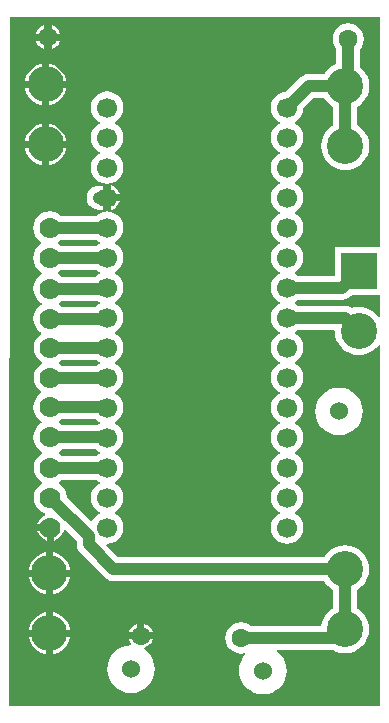
<source format=gbl>
G04 Layer_Physical_Order=2*
G04 Layer_Color=16711680*
%FSLAX25Y25*%
%MOIN*%
G70*
G01*
G75*
%ADD12C,0.03937*%
%ADD14R,0.12000X0.12000*%
%ADD15C,0.12000*%
%ADD16C,0.07000*%
%ADD17C,0.06693*%
%ADD18C,0.06000*%
%ADD19C,0.06299*%
%ADD20C,0.05000*%
G36*
X63000Y70400D02*
X47900D01*
Y60903D01*
X35566D01*
X34696Y61570D01*
X34503Y61650D01*
Y62150D01*
X34696Y62230D01*
X35813Y63087D01*
X36670Y64204D01*
X37209Y65504D01*
X37393Y66900D01*
X37209Y68296D01*
X36670Y69596D01*
X35813Y70713D01*
X34696Y71570D01*
X34503Y71650D01*
Y72150D01*
X34696Y72230D01*
X35813Y73087D01*
X36670Y74204D01*
X37209Y75504D01*
X37393Y76900D01*
X37209Y78296D01*
X36670Y79596D01*
X35813Y80713D01*
X34696Y81570D01*
X34503Y81650D01*
Y82150D01*
X34696Y82230D01*
X35813Y83087D01*
X36670Y84204D01*
X37209Y85504D01*
X37393Y86900D01*
X37209Y88296D01*
X36670Y89596D01*
X35813Y90713D01*
X34696Y91570D01*
X34503Y91650D01*
Y92150D01*
X34696Y92230D01*
X35813Y93087D01*
X36670Y94204D01*
X37209Y95504D01*
X37393Y96900D01*
X37209Y98296D01*
X36670Y99596D01*
X35813Y100713D01*
X34696Y101570D01*
X34503Y101650D01*
Y102150D01*
X34696Y102230D01*
X35813Y103087D01*
X36670Y104204D01*
X37209Y105504D01*
X37393Y106900D01*
X37209Y108296D01*
X36670Y109596D01*
X35813Y110713D01*
X34696Y111570D01*
X34503Y111650D01*
Y112150D01*
X34696Y112230D01*
X35813Y113087D01*
X36670Y114204D01*
X37209Y115504D01*
X37352Y116591D01*
X40858Y120097D01*
X44468D01*
X44716Y119634D01*
X45716Y118416D01*
X46934Y117416D01*
X47397Y117168D01*
Y111032D01*
X46934Y110784D01*
X45716Y109784D01*
X44716Y108566D01*
X43973Y107176D01*
X43516Y105668D01*
X43361Y104100D01*
X43516Y102532D01*
X43973Y101024D01*
X44716Y99634D01*
X45716Y98416D01*
X46934Y97416D01*
X48324Y96673D01*
X49832Y96216D01*
X51400Y96061D01*
X52968Y96216D01*
X54476Y96673D01*
X55866Y97416D01*
X57084Y98416D01*
X58084Y99634D01*
X58827Y101024D01*
X59284Y102532D01*
X59439Y104100D01*
X59284Y105668D01*
X58827Y107176D01*
X58084Y108566D01*
X57084Y109784D01*
X55866Y110784D01*
X55403Y111032D01*
Y117168D01*
X55866Y117416D01*
X57084Y118416D01*
X58084Y119634D01*
X58827Y121024D01*
X59284Y122532D01*
X59439Y124100D01*
X59284Y125668D01*
X58827Y127176D01*
X58084Y128566D01*
X57084Y129784D01*
X56403Y130343D01*
Y136557D01*
X56898Y137203D01*
X57417Y138456D01*
X57594Y139800D01*
X57417Y141144D01*
X56898Y142397D01*
X56073Y143473D01*
X54997Y144298D01*
X53744Y144817D01*
X52400Y144994D01*
X51056Y144817D01*
X49803Y144298D01*
X48727Y143473D01*
X47902Y142397D01*
X47383Y141144D01*
X47206Y139800D01*
X47383Y138456D01*
X47902Y137203D01*
X48397Y136557D01*
Y131549D01*
X48324Y131527D01*
X46934Y130784D01*
X45716Y129784D01*
X44716Y128566D01*
X44468Y128103D01*
X39200D01*
X38164Y127966D01*
X37199Y127567D01*
X36370Y126930D01*
X31691Y122252D01*
X30604Y122109D01*
X29304Y121570D01*
X28187Y120713D01*
X27330Y119596D01*
X26791Y118296D01*
X26607Y116900D01*
X26791Y115504D01*
X27330Y114204D01*
X28187Y113087D01*
X29304Y112230D01*
X29497Y112150D01*
Y111650D01*
X29304Y111570D01*
X28187Y110713D01*
X27330Y109596D01*
X26791Y108296D01*
X26607Y106900D01*
X26791Y105504D01*
X27330Y104204D01*
X28187Y103087D01*
X29304Y102230D01*
X29497Y102150D01*
Y101650D01*
X29304Y101570D01*
X28187Y100713D01*
X27330Y99596D01*
X26791Y98296D01*
X26607Y96900D01*
X26791Y95504D01*
X27330Y94204D01*
X28187Y93087D01*
X29304Y92230D01*
X29497Y92150D01*
Y91650D01*
X29304Y91570D01*
X28187Y90713D01*
X27330Y89596D01*
X26791Y88296D01*
X26607Y86900D01*
X26791Y85504D01*
X27330Y84204D01*
X28187Y83087D01*
X29304Y82230D01*
X29497Y82150D01*
Y81650D01*
X29304Y81570D01*
X28187Y80713D01*
X27330Y79596D01*
X26791Y78296D01*
X26607Y76900D01*
X26791Y75504D01*
X27330Y74204D01*
X28187Y73087D01*
X29304Y72230D01*
X29497Y72150D01*
Y71650D01*
X29304Y71570D01*
X28187Y70713D01*
X27330Y69596D01*
X26791Y68296D01*
X26607Y66900D01*
X26791Y65504D01*
X27330Y64204D01*
X28187Y63087D01*
X29304Y62230D01*
X29497Y62150D01*
Y61650D01*
X29304Y61570D01*
X28187Y60713D01*
X27330Y59596D01*
X26791Y58296D01*
X26607Y56900D01*
X26791Y55504D01*
X27330Y54204D01*
X28187Y53087D01*
X29304Y52230D01*
X29497Y52150D01*
Y51650D01*
X29304Y51570D01*
X28187Y50713D01*
X27330Y49596D01*
X26791Y48296D01*
X26607Y46900D01*
X26791Y45504D01*
X27330Y44204D01*
X28187Y43087D01*
X29304Y42230D01*
X29497Y42150D01*
Y41650D01*
X29304Y41570D01*
X28187Y40713D01*
X27330Y39596D01*
X26791Y38296D01*
X26607Y36900D01*
X26791Y35504D01*
X27330Y34204D01*
X28187Y33087D01*
X29304Y32230D01*
X29497Y32150D01*
Y31650D01*
X29304Y31570D01*
X28187Y30713D01*
X27330Y29596D01*
X26791Y28296D01*
X26607Y26900D01*
X26791Y25504D01*
X27330Y24204D01*
X28187Y23087D01*
X29304Y22230D01*
X29497Y22150D01*
Y21650D01*
X29304Y21570D01*
X28187Y20713D01*
X27330Y19596D01*
X26791Y18296D01*
X26607Y16900D01*
X26791Y15504D01*
X27330Y14204D01*
X28187Y13087D01*
X29304Y12230D01*
X29497Y12150D01*
Y11650D01*
X29304Y11570D01*
X28187Y10713D01*
X27330Y9596D01*
X26791Y8296D01*
X26607Y6900D01*
X26791Y5504D01*
X27330Y4204D01*
X28187Y3087D01*
X29304Y2230D01*
X29497Y2150D01*
Y1650D01*
X29304Y1570D01*
X28187Y713D01*
X27330Y-404D01*
X26791Y-1704D01*
X26607Y-3100D01*
X26791Y-4496D01*
X27330Y-5796D01*
X28187Y-6913D01*
X29304Y-7770D01*
X29497Y-7850D01*
Y-8350D01*
X29304Y-8430D01*
X28187Y-9287D01*
X27330Y-10404D01*
X26791Y-11704D01*
X26607Y-13100D01*
X26791Y-14496D01*
X27330Y-15796D01*
X28187Y-16913D01*
X29304Y-17770D01*
X29497Y-17850D01*
Y-18350D01*
X29304Y-18430D01*
X28187Y-19287D01*
X27330Y-20404D01*
X26791Y-21704D01*
X26607Y-23100D01*
X26791Y-24496D01*
X27330Y-25796D01*
X28187Y-26913D01*
X29304Y-27770D01*
X30604Y-28309D01*
X32000Y-28493D01*
X33396Y-28309D01*
X34696Y-27770D01*
X35813Y-26913D01*
X36670Y-25796D01*
X37209Y-24496D01*
X37393Y-23100D01*
X37209Y-21704D01*
X36670Y-20404D01*
X35813Y-19287D01*
X34696Y-18430D01*
X34503Y-18350D01*
Y-17850D01*
X34696Y-17770D01*
X35813Y-16913D01*
X36670Y-15796D01*
X37209Y-14496D01*
X37393Y-13100D01*
X37209Y-11704D01*
X36670Y-10404D01*
X35813Y-9287D01*
X34696Y-8430D01*
X34503Y-8350D01*
Y-7850D01*
X34696Y-7770D01*
X35813Y-6913D01*
X36670Y-5796D01*
X37209Y-4496D01*
X37393Y-3100D01*
X37209Y-1704D01*
X36670Y-404D01*
X35813Y713D01*
X34696Y1570D01*
X34503Y1650D01*
Y2150D01*
X34696Y2230D01*
X35813Y3087D01*
X36670Y4204D01*
X37209Y5504D01*
X37393Y6900D01*
X37209Y8296D01*
X36670Y9596D01*
X35813Y10713D01*
X34696Y11570D01*
X34503Y11650D01*
Y12150D01*
X34696Y12230D01*
X35813Y13087D01*
X36670Y14204D01*
X37209Y15504D01*
X37393Y16900D01*
X37209Y18296D01*
X36670Y19596D01*
X35813Y20713D01*
X34696Y21570D01*
X34503Y21650D01*
Y22150D01*
X34696Y22230D01*
X35813Y23087D01*
X36670Y24204D01*
X37209Y25504D01*
X37393Y26900D01*
X37209Y28296D01*
X36670Y29596D01*
X35813Y30713D01*
X34696Y31570D01*
X34503Y31650D01*
Y32150D01*
X34696Y32230D01*
X35813Y33087D01*
X36670Y34204D01*
X37209Y35504D01*
X37393Y36900D01*
X37209Y38296D01*
X36670Y39596D01*
X35813Y40713D01*
X34696Y41570D01*
X34503Y41650D01*
Y42150D01*
X34696Y42230D01*
X35566Y42897D01*
X47538D01*
X47874Y42527D01*
X47861Y42400D01*
X48016Y40832D01*
X48473Y39324D01*
X49216Y37934D01*
X50216Y36716D01*
X51434Y35716D01*
X52824Y34973D01*
X54332Y34516D01*
X55900Y34361D01*
X57468Y34516D01*
X58976Y34973D01*
X60366Y35716D01*
X61584Y36716D01*
X62500Y37832D01*
X63000Y37714D01*
Y-82334D01*
X62600Y-82500D01*
X-60246D01*
X-60599Y-82146D01*
X-60200Y147100D01*
X-60100Y147200D01*
X63000D01*
Y70400D01*
D02*
G37*
G36*
Y47086D02*
X62500Y46968D01*
X61584Y48084D01*
X60366Y49084D01*
X58976Y49827D01*
X57468Y50284D01*
X55900Y50439D01*
X54332Y50284D01*
X53742Y50105D01*
X53401Y50366D01*
X52436Y50766D01*
X51400Y50903D01*
X35566D01*
X34696Y51570D01*
X34503Y51650D01*
Y52150D01*
X34696Y52230D01*
X35566Y52897D01*
X50400D01*
X51436Y53034D01*
X52401Y53434D01*
X53230Y54070D01*
X53561Y54400D01*
X63000D01*
Y47086D01*
D02*
G37*
%LPC*%
G36*
X-18000Y-55106D02*
X-18893Y-55475D01*
X-19760Y-56141D01*
X-20425Y-57007D01*
X-20794Y-57900D01*
X-18000D01*
Y-55106D01*
D02*
G37*
G36*
X-15600D02*
Y-57900D01*
X-12806D01*
X-13175Y-57007D01*
X-13840Y-56141D01*
X-14707Y-55475D01*
X-15600Y-55106D01*
D02*
G37*
G36*
X49300Y23544D02*
X47750Y23391D01*
X46260Y22939D01*
X44887Y22205D01*
X43683Y21217D01*
X42695Y20013D01*
X41961Y18640D01*
X41509Y17150D01*
X41356Y15600D01*
X41509Y14050D01*
X41961Y12560D01*
X42695Y11187D01*
X43683Y9983D01*
X44887Y8995D01*
X46260Y8261D01*
X47750Y7809D01*
X49300Y7656D01*
X50850Y7809D01*
X52340Y8261D01*
X53713Y8995D01*
X54917Y9983D01*
X55905Y11187D01*
X56639Y12560D01*
X57091Y14050D01*
X57244Y15600D01*
X57091Y17150D01*
X56639Y18640D01*
X55905Y20013D01*
X54917Y21217D01*
X53713Y22205D01*
X52340Y22939D01*
X50850Y23391D01*
X49300Y23544D01*
D02*
G37*
G36*
X-40284Y-59500D02*
X-46000D01*
Y-65216D01*
X-45828Y-65199D01*
X-44508Y-64798D01*
X-43292Y-64148D01*
X-42226Y-63274D01*
X-41352Y-62208D01*
X-40701Y-60992D01*
X-40301Y-59672D01*
X-40284Y-59500D01*
D02*
G37*
G36*
X-48400D02*
X-54116D01*
X-54099Y-59672D01*
X-53698Y-60992D01*
X-53048Y-62208D01*
X-52174Y-63274D01*
X-51108Y-64148D01*
X-49892Y-64798D01*
X-48572Y-65199D01*
X-48400Y-65216D01*
Y-59500D01*
D02*
G37*
G36*
X-12806Y-60300D02*
X-20794D01*
X-20425Y-61193D01*
X-19911Y-61863D01*
X-19940Y-62026D01*
X-20145Y-62371D01*
X-21550Y-62509D01*
X-23040Y-62961D01*
X-24413Y-63695D01*
X-25617Y-64683D01*
X-26605Y-65887D01*
X-27339Y-67260D01*
X-27791Y-68750D01*
X-27944Y-70300D01*
X-27791Y-71850D01*
X-27339Y-73340D01*
X-26605Y-74713D01*
X-25617Y-75917D01*
X-24413Y-76905D01*
X-23040Y-77639D01*
X-21550Y-78091D01*
X-20000Y-78244D01*
X-18450Y-78091D01*
X-16960Y-77639D01*
X-15587Y-76905D01*
X-14383Y-75917D01*
X-13395Y-74713D01*
X-12661Y-73340D01*
X-12209Y-71850D01*
X-12056Y-70300D01*
X-12209Y-68750D01*
X-12661Y-67260D01*
X-13395Y-65887D01*
X-14383Y-64683D01*
X-15587Y-63695D01*
X-15755Y-63605D01*
X-15628Y-63106D01*
X-14707Y-62725D01*
X-13840Y-62059D01*
X-13175Y-61193D01*
X-12806Y-60300D01*
D02*
G37*
G36*
X-40284Y-39500D02*
X-46000D01*
Y-45216D01*
X-45828Y-45199D01*
X-44508Y-44798D01*
X-43292Y-44148D01*
X-42226Y-43274D01*
X-41352Y-42208D01*
X-40701Y-40992D01*
X-40301Y-39672D01*
X-40284Y-39500D01*
D02*
G37*
G36*
X-48400Y-31384D02*
X-48572Y-31401D01*
X-49892Y-31802D01*
X-51108Y-32452D01*
X-52174Y-33326D01*
X-53048Y-34392D01*
X-53698Y-35608D01*
X-54099Y-36928D01*
X-54116Y-37100D01*
X-48400D01*
Y-31384D01*
D02*
G37*
G36*
X-47100Y82348D02*
X-48536Y82158D01*
X-49874Y81604D01*
X-51023Y80723D01*
X-51904Y79574D01*
X-52458Y78236D01*
X-52648Y76800D01*
X-52458Y75364D01*
X-51904Y74026D01*
X-51023Y72877D01*
X-50000Y72093D01*
X-49957Y71927D01*
Y71673D01*
X-50000Y71507D01*
X-51023Y70723D01*
X-51904Y69574D01*
X-52458Y68236D01*
X-52648Y66800D01*
X-52458Y65364D01*
X-51904Y64026D01*
X-51023Y62877D01*
X-49874Y61996D01*
X-49593Y61879D01*
Y61379D01*
X-49774Y61304D01*
X-50923Y60423D01*
X-51804Y59274D01*
X-52358Y57936D01*
X-52548Y56500D01*
X-52358Y55064D01*
X-51804Y53726D01*
X-50923Y52577D01*
X-49900Y51793D01*
X-49858Y51627D01*
Y51373D01*
X-49900Y51207D01*
X-50923Y50423D01*
X-51804Y49274D01*
X-52358Y47936D01*
X-52548Y46500D01*
X-52358Y45064D01*
X-51804Y43726D01*
X-50923Y42577D01*
X-50140Y41977D01*
Y41346D01*
X-50823Y40823D01*
X-51704Y39674D01*
X-52258Y38336D01*
X-52447Y36900D01*
X-52258Y35464D01*
X-51704Y34126D01*
X-50823Y32977D01*
X-49800Y32193D01*
X-49758Y32027D01*
Y31773D01*
X-49800Y31607D01*
X-50823Y30823D01*
X-51704Y29674D01*
X-52258Y28336D01*
X-52447Y26900D01*
X-52258Y25464D01*
X-51704Y24126D01*
X-50823Y22977D01*
X-49920Y22285D01*
X-49887Y22175D01*
X-49928Y21686D01*
X-50923Y20923D01*
X-51804Y19774D01*
X-52358Y18436D01*
X-52548Y17000D01*
X-52358Y15564D01*
X-51804Y14226D01*
X-50923Y13077D01*
X-49900Y12293D01*
X-49858Y12127D01*
Y11873D01*
X-49900Y11707D01*
X-50923Y10923D01*
X-51804Y9774D01*
X-52358Y8436D01*
X-52548Y7000D01*
X-52358Y5564D01*
X-51804Y4226D01*
X-50923Y3077D01*
X-49774Y2196D01*
X-49715Y2171D01*
X-49751Y1645D01*
X-50823Y823D01*
X-51704Y-326D01*
X-52258Y-1664D01*
X-52447Y-3100D01*
X-52258Y-4536D01*
X-51704Y-5874D01*
X-50823Y-7023D01*
X-49800Y-7807D01*
X-49758Y-7973D01*
Y-8227D01*
X-49800Y-8393D01*
X-50823Y-9177D01*
X-51704Y-10326D01*
X-52258Y-11664D01*
X-52447Y-13100D01*
X-52258Y-14536D01*
X-51704Y-15874D01*
X-50823Y-17023D01*
X-49674Y-17904D01*
X-48548Y-18371D01*
Y-18912D01*
X-49169Y-19169D01*
X-50109Y-19891D01*
X-50831Y-20831D01*
X-51274Y-21900D01*
X-46900D01*
Y-23100D01*
X-45700D01*
Y-27474D01*
X-44631Y-27031D01*
X-43691Y-26309D01*
X-42969Y-25369D01*
X-42516Y-24275D01*
X-42458Y-23837D01*
X-41985Y-23676D01*
X-38118Y-27543D01*
Y-28685D01*
X-37981Y-29721D01*
X-37582Y-30686D01*
X-36945Y-31515D01*
X-28730Y-39730D01*
X-27901Y-40367D01*
X-26936Y-40766D01*
X-25900Y-40903D01*
X44315D01*
X44616Y-41466D01*
X45616Y-42684D01*
X46834Y-43684D01*
X47297Y-43932D01*
Y-50068D01*
X46834Y-50316D01*
X45616Y-51316D01*
X44616Y-52534D01*
X43873Y-53924D01*
X43416Y-55432D01*
X43370Y-55897D01*
X19843D01*
X19197Y-55402D01*
X17944Y-54883D01*
X16600Y-54706D01*
X15256Y-54883D01*
X14003Y-55402D01*
X12927Y-56227D01*
X12102Y-57303D01*
X11583Y-58556D01*
X11406Y-59900D01*
X11583Y-61244D01*
X12102Y-62497D01*
X12927Y-63573D01*
X14003Y-64398D01*
X15256Y-64917D01*
X16600Y-65094D01*
X17843Y-64930D01*
X18039Y-65163D01*
X18122Y-65379D01*
X17295Y-66387D01*
X16561Y-67760D01*
X16109Y-69250D01*
X15956Y-70800D01*
X16109Y-72350D01*
X16561Y-73840D01*
X17295Y-75213D01*
X18283Y-76417D01*
X19487Y-77405D01*
X20860Y-78139D01*
X22350Y-78591D01*
X23900Y-78744D01*
X25450Y-78591D01*
X26940Y-78139D01*
X28313Y-77405D01*
X29517Y-76417D01*
X30505Y-75213D01*
X31239Y-73840D01*
X31691Y-72350D01*
X31844Y-70800D01*
X31691Y-69250D01*
X31239Y-67760D01*
X30505Y-66387D01*
X29517Y-65183D01*
X28567Y-64403D01*
X28745Y-63903D01*
X47243D01*
X48224Y-64427D01*
X49732Y-64884D01*
X51300Y-65039D01*
X52868Y-64884D01*
X54376Y-64427D01*
X55766Y-63684D01*
X56984Y-62684D01*
X57984Y-61466D01*
X58727Y-60076D01*
X59184Y-58568D01*
X59339Y-57000D01*
X59184Y-55432D01*
X58727Y-53924D01*
X57984Y-52534D01*
X56984Y-51316D01*
X55766Y-50316D01*
X55303Y-50068D01*
Y-43932D01*
X55766Y-43684D01*
X56984Y-42684D01*
X57984Y-41466D01*
X58727Y-40076D01*
X59184Y-38568D01*
X59339Y-37000D01*
X59184Y-35432D01*
X58727Y-33924D01*
X57984Y-32534D01*
X56984Y-31316D01*
X55766Y-30316D01*
X54376Y-29573D01*
X52868Y-29116D01*
X51300Y-28961D01*
X49732Y-29116D01*
X48224Y-29573D01*
X46834Y-30316D01*
X45616Y-31316D01*
X44616Y-32534D01*
X44422Y-32897D01*
X-24242D01*
X-28214Y-28926D01*
X-28136Y-28769D01*
X-27947Y-28486D01*
X-26604Y-28309D01*
X-25304Y-27770D01*
X-24187Y-26913D01*
X-23330Y-25796D01*
X-22791Y-24496D01*
X-22607Y-23100D01*
X-22791Y-21704D01*
X-23330Y-20404D01*
X-24187Y-19287D01*
X-25304Y-18430D01*
X-25497Y-18350D01*
Y-17850D01*
X-25304Y-17770D01*
X-24187Y-16913D01*
X-23330Y-15796D01*
X-22791Y-14496D01*
X-22607Y-13100D01*
X-22791Y-11704D01*
X-23330Y-10404D01*
X-24187Y-9287D01*
X-25304Y-8430D01*
X-25497Y-8350D01*
Y-7850D01*
X-25304Y-7770D01*
X-24187Y-6913D01*
X-23330Y-5796D01*
X-22791Y-4496D01*
X-22607Y-3100D01*
X-22791Y-1704D01*
X-23330Y-404D01*
X-24187Y713D01*
X-25304Y1570D01*
X-25497Y1650D01*
Y2150D01*
X-25304Y2230D01*
X-24187Y3087D01*
X-23330Y4204D01*
X-22791Y5504D01*
X-22607Y6900D01*
X-22791Y8296D01*
X-23330Y9596D01*
X-24187Y10713D01*
X-25304Y11570D01*
X-25497Y11650D01*
Y12150D01*
X-25304Y12230D01*
X-24187Y13087D01*
X-23330Y14204D01*
X-22791Y15504D01*
X-22607Y16900D01*
X-22791Y18296D01*
X-23330Y19596D01*
X-24187Y20713D01*
X-25304Y21570D01*
X-25497Y21650D01*
Y22150D01*
X-25304Y22230D01*
X-24187Y23087D01*
X-23330Y24204D01*
X-22791Y25504D01*
X-22607Y26900D01*
X-22791Y28296D01*
X-23330Y29596D01*
X-24187Y30713D01*
X-25304Y31570D01*
X-25497Y31650D01*
Y32150D01*
X-25304Y32230D01*
X-24187Y33087D01*
X-23330Y34204D01*
X-22791Y35504D01*
X-22607Y36900D01*
X-22791Y38296D01*
X-23330Y39596D01*
X-24187Y40713D01*
X-25304Y41570D01*
X-25497Y41650D01*
Y42150D01*
X-25304Y42230D01*
X-24187Y43087D01*
X-23330Y44204D01*
X-22791Y45504D01*
X-22607Y46900D01*
X-22791Y48296D01*
X-23330Y49596D01*
X-24187Y50713D01*
X-25304Y51570D01*
X-25497Y51650D01*
Y52150D01*
X-25304Y52230D01*
X-24187Y53087D01*
X-23330Y54204D01*
X-22791Y55504D01*
X-22607Y56900D01*
X-22791Y58296D01*
X-23330Y59596D01*
X-24187Y60713D01*
X-25304Y61570D01*
X-25497Y61650D01*
Y62150D01*
X-25304Y62230D01*
X-24187Y63087D01*
X-23330Y64204D01*
X-22791Y65504D01*
X-22607Y66900D01*
X-22791Y68296D01*
X-23330Y69596D01*
X-24187Y70713D01*
X-25304Y71570D01*
X-25497Y71650D01*
Y72150D01*
X-25304Y72230D01*
X-24187Y73087D01*
X-23330Y74204D01*
X-22791Y75504D01*
X-22607Y76900D01*
X-22791Y78296D01*
X-23330Y79596D01*
X-24187Y80713D01*
X-25304Y81570D01*
X-26604Y82109D01*
X-26933Y82152D01*
Y82152D01*
X-28000Y82293D01*
X-29067Y82152D01*
Y82152D01*
X-29396Y82109D01*
X-30696Y81570D01*
X-31696Y80803D01*
X-43282D01*
X-44326Y81604D01*
X-45664Y82158D01*
X-47100Y82348D01*
D02*
G37*
G36*
X-48400Y-39500D02*
X-54116D01*
X-54099Y-39672D01*
X-53698Y-40992D01*
X-53048Y-42208D01*
X-52174Y-43274D01*
X-51108Y-44148D01*
X-49892Y-44798D01*
X-48572Y-45199D01*
X-48400Y-45216D01*
Y-39500D01*
D02*
G37*
G36*
X-46000Y-51384D02*
Y-57100D01*
X-40284D01*
X-40301Y-56928D01*
X-40701Y-55608D01*
X-41352Y-54392D01*
X-42226Y-53326D01*
X-43292Y-52451D01*
X-44508Y-51802D01*
X-45828Y-51401D01*
X-46000Y-51384D01*
D02*
G37*
G36*
X-48400D02*
X-48572Y-51401D01*
X-49892Y-51802D01*
X-51108Y-52451D01*
X-52174Y-53326D01*
X-53048Y-54392D01*
X-53698Y-55608D01*
X-54099Y-56928D01*
X-54116Y-57100D01*
X-48400D01*
Y-51384D01*
D02*
G37*
G36*
X-46000Y-31384D02*
Y-37100D01*
X-40284D01*
X-40301Y-36928D01*
X-40701Y-35608D01*
X-41352Y-34392D01*
X-42226Y-33326D01*
X-43292Y-32452D01*
X-44508Y-31802D01*
X-45828Y-31401D01*
X-46000Y-31384D01*
D02*
G37*
G36*
X-48100Y-24300D02*
X-51274D01*
X-50831Y-25369D01*
X-50109Y-26309D01*
X-49169Y-27031D01*
X-48100Y-27474D01*
Y-24300D01*
D02*
G37*
G36*
X-29200Y91107D02*
X-29694Y90903D01*
X-30800D01*
X-31836Y90766D01*
X-32801Y90367D01*
X-33630Y89730D01*
X-34266Y88901D01*
X-34666Y87936D01*
X-34803Y86900D01*
X-34666Y85864D01*
X-34266Y84899D01*
X-33630Y84070D01*
X-32801Y83434D01*
X-31836Y83034D01*
X-30800Y82897D01*
X-29694D01*
X-29200Y82692D01*
Y86900D01*
Y91107D01*
D02*
G37*
G36*
X-47300Y131516D02*
Y125800D01*
X-41584D01*
X-41601Y125972D01*
X-42002Y127292D01*
X-42652Y128508D01*
X-43526Y129574D01*
X-44592Y130448D01*
X-45808Y131098D01*
X-47128Y131499D01*
X-47300Y131516D01*
D02*
G37*
G36*
X-49700D02*
X-49872Y131499D01*
X-51192Y131098D01*
X-52408Y130448D01*
X-53474Y129574D01*
X-54348Y128508D01*
X-54998Y127292D01*
X-55399Y125972D01*
X-55416Y125800D01*
X-49700D01*
Y131516D01*
D02*
G37*
G36*
X-41584Y123400D02*
X-47300D01*
Y117684D01*
X-47128Y117701D01*
X-45808Y118102D01*
X-44592Y118752D01*
X-43526Y119626D01*
X-42652Y120692D01*
X-42002Y121908D01*
X-41601Y123228D01*
X-41584Y123400D01*
D02*
G37*
G36*
X-48900Y139100D02*
X-51694D01*
X-51325Y138207D01*
X-50660Y137340D01*
X-49793Y136675D01*
X-48900Y136306D01*
Y139100D01*
D02*
G37*
G36*
X-46500Y144294D02*
Y141500D01*
X-43706D01*
X-44075Y142393D01*
X-44741Y143260D01*
X-45607Y143925D01*
X-46500Y144294D01*
D02*
G37*
G36*
X-48900D02*
X-49793Y143925D01*
X-50660Y143260D01*
X-51325Y142393D01*
X-51694Y141500D01*
X-48900D01*
Y144294D01*
D02*
G37*
G36*
X-43706Y139100D02*
X-46500D01*
Y136306D01*
X-45607Y136675D01*
X-44741Y137340D01*
X-44075Y138207D01*
X-43706Y139100D01*
D02*
G37*
G36*
X-49700Y123400D02*
X-55416D01*
X-55399Y123228D01*
X-54998Y121908D01*
X-54348Y120692D01*
X-53474Y119626D01*
X-52408Y118752D01*
X-51192Y118102D01*
X-49872Y117701D01*
X-49700Y117684D01*
Y123400D01*
D02*
G37*
G36*
X-28000Y122293D02*
X-29396Y122109D01*
X-30696Y121570D01*
X-31813Y120713D01*
X-32670Y119596D01*
X-33209Y118296D01*
X-33393Y116900D01*
X-33209Y115504D01*
X-32670Y114204D01*
X-31813Y113087D01*
X-30696Y112230D01*
X-30503Y112150D01*
Y111650D01*
X-30696Y111570D01*
X-31813Y110713D01*
X-32670Y109596D01*
X-33209Y108296D01*
X-33393Y106900D01*
X-33209Y105504D01*
X-32670Y104204D01*
X-31813Y103087D01*
X-30696Y102230D01*
X-30503Y102150D01*
Y101650D01*
X-30696Y101570D01*
X-31813Y100713D01*
X-32670Y99596D01*
X-33209Y98296D01*
X-33393Y96900D01*
X-33209Y95504D01*
X-32670Y94204D01*
X-31813Y93087D01*
X-30696Y92230D01*
X-29396Y91691D01*
X-29067Y91648D01*
Y91648D01*
X-28000Y91507D01*
X-26933Y91648D01*
Y91648D01*
X-26604Y91691D01*
X-25304Y92230D01*
X-24187Y93087D01*
X-23330Y94204D01*
X-22791Y95504D01*
X-22607Y96900D01*
X-22791Y98296D01*
X-23330Y99596D01*
X-24187Y100713D01*
X-25304Y101570D01*
X-25497Y101650D01*
Y102150D01*
X-25304Y102230D01*
X-24187Y103087D01*
X-23330Y104204D01*
X-22791Y105504D01*
X-22607Y106900D01*
X-22791Y108296D01*
X-23330Y109596D01*
X-24187Y110713D01*
X-25304Y111570D01*
X-25497Y111650D01*
Y112150D01*
X-25304Y112230D01*
X-24187Y113087D01*
X-23330Y114204D01*
X-22791Y115504D01*
X-22607Y116900D01*
X-22791Y118296D01*
X-23330Y119596D01*
X-24187Y120713D01*
X-25304Y121570D01*
X-26604Y122109D01*
X-28000Y122293D01*
D02*
G37*
G36*
X-26800Y91107D02*
Y88100D01*
X-23792D01*
X-24203Y89092D01*
X-24900Y90000D01*
X-25808Y90697D01*
X-26800Y91107D01*
D02*
G37*
G36*
X-23792Y85700D02*
X-26800D01*
Y82692D01*
X-25808Y83103D01*
X-24900Y83800D01*
X-24203Y84708D01*
X-23792Y85700D01*
D02*
G37*
G36*
X-49700Y103400D02*
X-55416D01*
X-55399Y103228D01*
X-54998Y101908D01*
X-54348Y100692D01*
X-53474Y99626D01*
X-52408Y98751D01*
X-51192Y98102D01*
X-49872Y97701D01*
X-49700Y97684D01*
Y103400D01*
D02*
G37*
G36*
X-47300Y111516D02*
Y105800D01*
X-41584D01*
X-41601Y105972D01*
X-42002Y107292D01*
X-42652Y108508D01*
X-43526Y109574D01*
X-44592Y110449D01*
X-45808Y111099D01*
X-47128Y111499D01*
X-47300Y111516D01*
D02*
G37*
G36*
X-49700D02*
X-49872Y111499D01*
X-51192Y111099D01*
X-52408Y110449D01*
X-53474Y109574D01*
X-54348Y108508D01*
X-54998Y107292D01*
X-55399Y105972D01*
X-55416Y105800D01*
X-49700D01*
Y111516D01*
D02*
G37*
G36*
X-41584Y103400D02*
X-47300D01*
Y97684D01*
X-47128Y97701D01*
X-45808Y98102D01*
X-44592Y98751D01*
X-43526Y99626D01*
X-42652Y100692D01*
X-42002Y101908D01*
X-41601Y103228D01*
X-41584Y103400D01*
D02*
G37*
%LPD*%
G36*
X-30696Y52230D02*
X-30503Y52150D01*
Y51650D01*
X-30696Y51570D01*
X-31813Y50713D01*
X-31975Y50503D01*
X-43182D01*
X-44100Y51207D01*
X-44142Y51373D01*
Y51627D01*
X-44100Y51793D01*
X-43182Y52497D01*
X-31045D01*
X-30696Y52230D01*
D02*
G37*
G36*
Y62230D02*
X-30503Y62150D01*
Y61650D01*
X-30696Y61570D01*
X-31813Y60713D01*
X-31975Y60503D01*
X-43182D01*
X-44226Y61304D01*
X-44508Y61421D01*
Y61921D01*
X-44326Y61996D01*
X-43282Y62797D01*
X-31436D01*
X-30696Y62230D01*
D02*
G37*
G36*
Y72230D02*
X-30503Y72150D01*
Y71650D01*
X-30696Y71570D01*
X-31696Y70803D01*
X-43282D01*
X-44200Y71507D01*
X-44243Y71673D01*
Y71927D01*
X-44200Y72093D01*
X-43282Y72797D01*
X-31436D01*
X-30696Y72230D01*
D02*
G37*
G36*
Y32230D02*
X-30503Y32150D01*
Y31650D01*
X-30696Y31570D01*
X-31566Y30903D01*
X-43082D01*
X-44000Y31607D01*
X-44043Y31773D01*
Y32027D01*
X-44000Y32193D01*
X-43082Y32897D01*
X-31566D01*
X-30696Y32230D01*
D02*
G37*
G36*
Y-7770D02*
X-30503Y-7850D01*
Y-8350D01*
X-30696Y-8430D01*
X-31813Y-9287D01*
X-32670Y-10404D01*
X-33209Y-11704D01*
X-33393Y-13100D01*
X-33209Y-14496D01*
X-32670Y-15796D01*
X-31813Y-16913D01*
X-30696Y-17770D01*
X-30503Y-17850D01*
Y-18350D01*
X-30696Y-18430D01*
X-31813Y-19287D01*
X-32670Y-20404D01*
X-32868Y-20883D01*
X-33359Y-20980D01*
X-41370Y-12970D01*
X-41542Y-11664D01*
X-42096Y-10326D01*
X-42977Y-9177D01*
X-44000Y-8393D01*
X-44043Y-8227D01*
Y-7973D01*
X-44000Y-7807D01*
X-43082Y-7103D01*
X-31566D01*
X-30696Y-7770D01*
D02*
G37*
G36*
Y2230D02*
X-30503Y2150D01*
Y1650D01*
X-30696Y1570D01*
X-31566Y903D01*
X-43082D01*
X-44126Y1704D01*
X-44185Y1729D01*
X-44149Y2255D01*
X-43182Y2997D01*
X-31696D01*
X-30696Y2230D01*
D02*
G37*
G36*
Y12230D02*
X-30503Y12150D01*
Y11650D01*
X-30696Y11570D01*
X-31436Y11003D01*
X-43182D01*
X-44100Y11707D01*
X-44142Y11873D01*
Y12127D01*
X-44100Y12293D01*
X-43182Y12997D01*
X-31696D01*
X-30696Y12230D01*
D02*
G37*
D12*
X51400Y46900D02*
X55900Y42400D01*
X32000Y46900D02*
X51400D01*
X50400Y56900D02*
X55900Y62400D01*
X32000Y56900D02*
X50400D01*
X39200Y124100D02*
X51400D01*
X32000Y116900D02*
X39200Y124100D01*
X51400Y104100D02*
Y124100D01*
X-47100Y76800D02*
X-28100D01*
X-47100Y66800D02*
X-28100D01*
X-47000Y56500D02*
X-28400D01*
X-47000Y46500D02*
X-28400D01*
X-46900Y36900D02*
X-28000D01*
X-46900Y26900D02*
X-28000D01*
X-47000Y17000D02*
X-28100D01*
X-47000Y7000D02*
X-28100D01*
X-46900Y-3100D02*
X-28000D01*
X-30800Y86900D02*
X-28000D01*
X51300Y-57000D02*
Y-37000D01*
X-46900Y-13100D02*
X-34115Y-25885D01*
Y-28685D02*
Y-25885D01*
Y-28685D02*
X-25900Y-36900D01*
X51300D01*
X52400Y125100D02*
Y139800D01*
X16600Y-59900D02*
X48400D01*
D14*
X55900Y62400D02*
D03*
D15*
Y42400D02*
D03*
X-48500Y124600D02*
D03*
Y104600D02*
D03*
X51400Y104100D02*
D03*
Y124100D02*
D03*
X-47200Y-38300D02*
D03*
Y-58300D02*
D03*
X51300Y-57000D02*
D03*
Y-37000D02*
D03*
D16*
X-46900Y36900D02*
D03*
Y26900D02*
D03*
X-47000Y17000D02*
D03*
Y7000D02*
D03*
X-47100Y76800D02*
D03*
Y66800D02*
D03*
X-47000Y56500D02*
D03*
Y46500D02*
D03*
X-46900Y-3100D02*
D03*
Y-23100D02*
D03*
Y-13100D02*
D03*
D17*
X32000Y106900D02*
D03*
Y96900D02*
D03*
Y86900D02*
D03*
Y76900D02*
D03*
Y66900D02*
D03*
Y56900D02*
D03*
Y46900D02*
D03*
Y36900D02*
D03*
Y26900D02*
D03*
Y16900D02*
D03*
Y6900D02*
D03*
Y-3100D02*
D03*
Y-13100D02*
D03*
Y-23100D02*
D03*
X-28000D02*
D03*
Y-13100D02*
D03*
Y-3100D02*
D03*
Y6900D02*
D03*
Y16900D02*
D03*
Y26900D02*
D03*
Y36900D02*
D03*
Y46900D02*
D03*
Y66900D02*
D03*
Y76900D02*
D03*
Y86900D02*
D03*
Y56900D02*
D03*
Y96900D02*
D03*
Y106900D02*
D03*
X32000Y116900D02*
D03*
X-28000D02*
D03*
D18*
X49300Y15600D02*
D03*
X-20000Y-70300D02*
D03*
X23900Y-70800D02*
D03*
D19*
X-47700Y140300D02*
D03*
X52400Y139800D02*
D03*
X-16800Y-59100D02*
D03*
X16600Y-59900D02*
D03*
D20*
X7100Y-67100D02*
D03*
X-6200D02*
D03*
X-6500Y-76100D02*
D03*
X7200D02*
D03*
M02*

</source>
